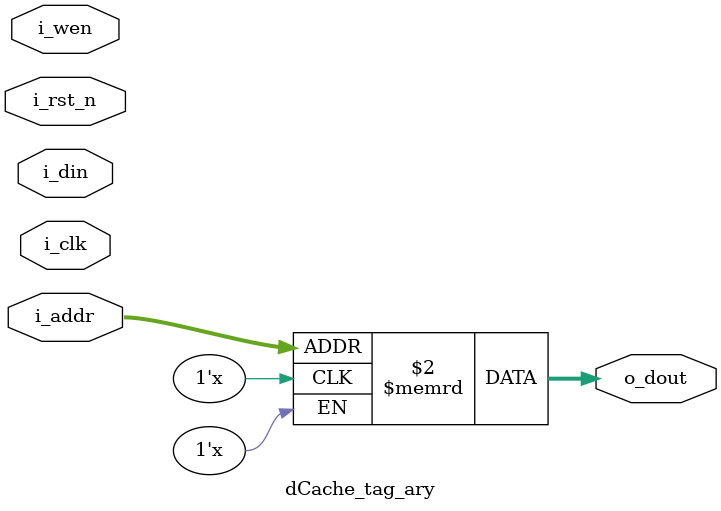
<source format=sv>
module dCache_tag_ary#(
  DATA_WIDTH = 64
)(
  input                         i_clk  ,
  input                         i_rst_n,
  input                         i_wen  ,
  input       [  6:0]           i_addr , // 7 bit, 128 depth.
  input       [DATA_WIDTH-1:0]  i_din  ,
  output      [DATA_WIDTH-1:0]  o_dout
);

  logic [DATA_WIDTH-1:0] tag_array [127:0];
  logic [127:0] wen;

  for (genvar i=0; i<128; i=i+1) begin
    assign wen[i] = i_wen & (i_addr == i);
    stl_reg #(
      .WIDTH      (DATA_WIDTH   ),
      .RESET_VAL  (0            )
    ) u_reg (
      .i_clk      (i_clk        ),
      .i_rst_n    (i_rst_n      ),
      .i_wen      (wen[i]       ),
      .i_din      (i_din        ),
      .o_dout     (tag_array[i] )
    );
  end

  assign o_dout = tag_array[i_addr];

endmodule

</source>
